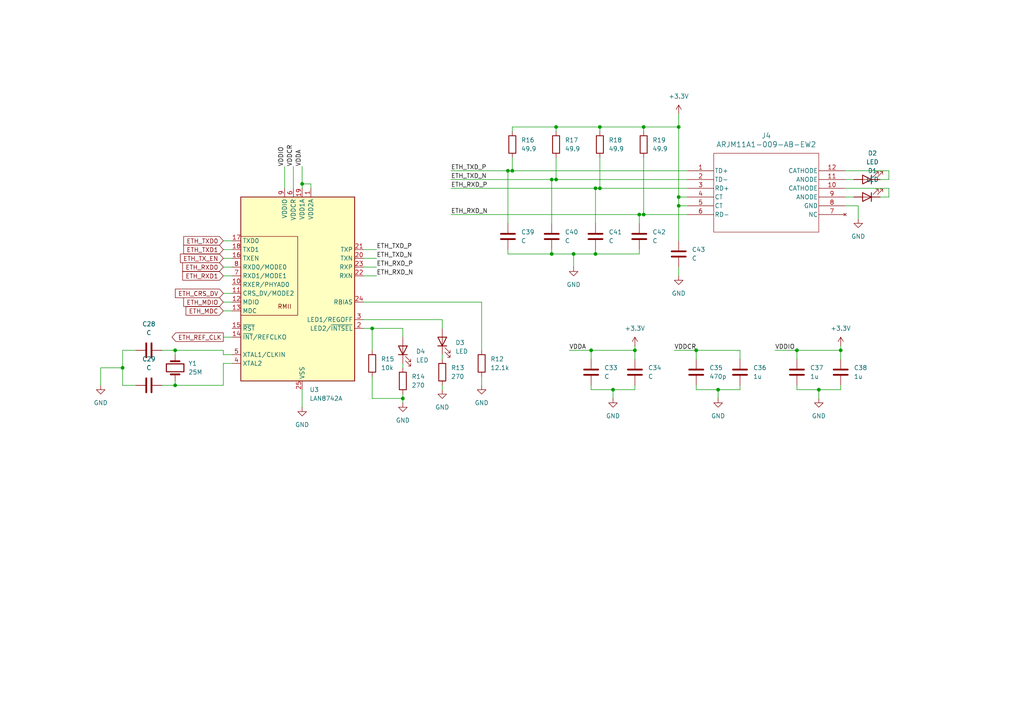
<source format=kicad_sch>
(kicad_sch (version 20250114) (generator "eeschema") (generator_version "9.0")
  (paper "A4")
  (lib_symbols
    (symbol "ARJM11A1-009-AB-EW2:ARJM11A1-009-AB-EW2" (pin_names (offset 0.254))
      (property "Reference" "J" (at 22.86 10.16 0))
      (property "Value" "ARJM11A1-009-AB-EW2" (at 22.86 7.62 0))
      (symbol "ARJM11A1-009-AB-EW2_0_1"
        (polyline (pts (xy 7.62 5.08) (xy 7.62 -17.78)) (stroke (width 0.127)))
        (polyline (pts (xy 7.62 -17.78) (xy 38.1 -17.78)) (stroke (width 0.127)))
        (polyline (pts (xy 38.1 5.08) (xy 7.62 5.08)) (stroke (width 0.127)))
        (polyline (pts (xy 38.1 -17.78) (xy 38.1 5.08)) (stroke (width 0.127)))
        (pin unspecified line (at 0 0 0) (length 7.62) (name "TD+") (number "1"))
        (pin unspecified line (at 0 -2.54 0) (length 7.62) (name "TD-") (number "2"))
        (pin unspecified line (at 0 -5.08 0) (length 7.62) (name "RD+") (number "3"))
        (pin unspecified line (at 0 -7.62 0) (length 7.62) (name "CT") (number "4"))
        (pin unspecified line (at 0 -10.16 0) (length 7.62) (name "CT") (number "5"))
        (pin unspecified line (at 0 -12.7 0) (length 7.62) (name "RD-") (number "6"))
        (pin unspecified line (at 45.72 0 180) (length 7.62) (name "CATHODE") (number "12"))
        (pin unspecified line (at 45.72 -2.54 180) (length 7.62) (name "ANODE") (number "11"))
        (pin unspecified line (at 45.72 -5.08 180) (length 7.62) (name "CATHODE") (number "10"))
        (pin unspecified line (at 45.72 -7.62 180) (length 7.62) (name "ANODE") (number "9"))
        (pin power_out line (at 45.72 -10.16 180) (length 7.62) (name "GND") (number "8"))
        (pin no_connect line (at 45.72 -12.7 180) (length 7.62) (name "NC") (number "7"))
      )
    )
    (symbol "Device:C" (pin_numbers (hide yes)) (pin_names (offset 0.254))
      (property "Reference" "C" (at 0.635 2.54 0))
      (property "Value" "C" (at 0.635 -2.54 0))
      (symbol "C_0_1"
        (polyline (pts (xy -2.032 0.762) (xy 2.032 0.762)) (stroke (width 0.508)))
        (polyline (pts (xy -2.032 -0.762) (xy 2.032 -0.762)) (stroke (width 0.508)))
      )
      (symbol "C_1_1"
        (pin passive line (at 0 3.81 270) (length 2.794) (name "~") (number "1"))
        (pin passive line (at 0 -3.81 90) (length 2.794) (name "~") (number "2"))
      )
    )
    (symbol "Device:Crystal" (pin_numbers (hide yes)) (pin_names (offset 1.016) (hide yes))
      (property "Reference" "Y" (at 0 3.81 0))
      (property "Value" "Crystal" (at 0 -3.81 0))
      (symbol "Crystal_0_1"
        (polyline (pts (xy -2.54 0) (xy -1.905 0)))
        (polyline (pts (xy -1.905 -1.27) (xy -1.905 1.27)) (stroke (width 0.508)))
        (rectangle (start -1.143 2.54) (end 1.143 -2.54) (stroke (width 0.3048)))
        (polyline (pts (xy 1.905 -1.27) (xy 1.905 1.27)) (stroke (width 0.508)))
        (polyline (pts (xy 2.54 0) (xy 1.905 0)))
      )
      (symbol "Crystal_1_1"
        (pin passive line (at -3.81 0 0) (length 1.27) (name "1") (number "1"))
        (pin passive line (at 3.81 0 180) (length 1.27) (name "2") (number "2"))
      )
    )
    (symbol "Device:LED" (pin_numbers (hide yes)) (pin_names (offset 1.016) (hide yes))
      (property "Reference" "D" (at 0 2.54 0))
      (property "Value" "LED" (at 0 -2.54 0))
      (symbol "LED_0_1"
        (polyline (pts (xy -3.048 -0.762) (xy -4.572 -2.286) (xy -3.81 -2.286) (xy -4.572 -2.286) (xy -4.572 -1.524)))
        (polyline (pts (xy -1.778 -0.762) (xy -3.302 -2.286) (xy -2.54 -2.286) (xy -3.302 -2.286) (xy -3.302 -1.524)))
        (polyline (pts (xy -1.27 0) (xy 1.27 0)))
        (polyline (pts (xy -1.27 -1.27) (xy -1.27 1.27)) (stroke (width 0.254)))
        (polyline (pts (xy 1.27 -1.27) (xy 1.27 1.27) (xy -1.27 0) (xy 1.27 -1.27)) (stroke (width 0.254)))
      )
      (symbol "LED_1_1"
        (pin passive line (at -3.81 0 0) (length 2.54) (name "K") (number "1"))
        (pin passive line (at 3.81 0 180) (length 2.54) (name "A") (number "2"))
      )
    )
    (symbol "Device:R" (pin_numbers (hide yes)) (pin_names (offset 0))
      (property "Reference" "R" (at 2.032 0 90))
      (property "Value" "R" (at 0 0 90))
      (symbol "R_0_1"
        (rectangle (start -1.016 -2.54) (end 1.016 2.54) (stroke (width 0.254)))
      )
      (symbol "R_1_1"
        (pin passive line (at 0 3.81 270) (length 1.27) (name "~") (number "1"))
        (pin passive line (at 0 -3.81 90) (length 1.27) (name "~") (number "2"))
      )
    )
    (symbol "Interface_Ethernet:LAN8742A"
      (property "Reference" "U" (at -13.97 29.21 0))
      (property "Value" "LAN8742A" (at 15.24 29.21 0))
      (symbol "LAN8742A_0_0"
        (text "RMII" (at -5.08 -3.81 0) (effects (font (size 1.27 1.27))))
      )
      (symbol "LAN8742A_0_1"
        (rectangle (start -17.78 27.94) (end 15.24 -25.4) (stroke (width 0.254)) (fill (type background)))
        (polyline (pts (xy -17.78 -6.35) (xy -1.27 -6.35) (xy -1.27 16.51) (xy -17.78 16.51)))
      )
      (symbol "LAN8742A_1_1"
        (pin input line (at -20.32 15.24 0) (length 2.54) (name "TXD0") (number "17"))
        (pin input line (at -20.32 12.7 0) (length 2.54) (name "TXD1") (number "18"))
        (pin input line (at -20.32 10.16 0) (length 2.54) (name "TXEN") (number "16"))
        (pin bidirectional line (at -20.32 7.62 0) (length 2.54) (name "RXD0/MODE0") (number "8"))
        (pin bidirectional line (at -20.32 5.08 0) (length 2.54) (name "RXD1/MODE1") (number "7"))
        (pin output line (at -20.32 2.54 0) (length 2.54) (name "RXER/PHYAD0") (number "10"))
        (pin bidirectional line (at -20.32 0 0) (length 2.54) (name "CRS_DV/MODE2") (number "11"))
        (pin bidirectional line (at -20.32 -2.54 0) (length 2.54) (name "MDIO") (number "12"))
        (pin input line (at -20.32 -5.08 0) (length 2.54) (name "MDC") (number "13"))
        (pin input line (at -20.32 -10.16 0) (length 2.54) (name "~{RST}") (number "15"))
        (pin output line (at -20.32 -12.7 0) (length 2.54) (name "~{INT}/REFCLKO") (number "14"))
        (pin input line (at -20.32 -17.78 0) (length 2.54) (name "XTAL1/CLKIN") (number "5"))
        (pin output line (at -20.32 -20.32 0) (length 2.54) (name "XTAL2") (number "4"))
        (pin power_in line (at -5.08 30.48 270) (length 2.54) (name "VDDIO") (number "9"))
        (pin power_in line (at -2.54 30.48 270) (length 2.54) (name "VDDCR") (number "6"))
        (pin power_in line (at 0 30.48 270) (length 2.54) (name "VDD1A") (number "19"))
        (pin power_in line (at 0 -27.94 90) (length 2.54) (name "VSS") (number "25"))
        (pin power_in line (at 2.54 30.48 270) (length 2.54) (name "VDD2A") (number "1"))
        (pin passive line (at 17.78 12.7 180) (length 2.54) (name "TXP") (number "21"))
        (pin passive line (at 17.78 10.16 180) (length 2.54) (name "TXN") (number "20"))
        (pin passive line (at 17.78 7.62 180) (length 2.54) (name "RXP") (number "23"))
        (pin passive line (at 17.78 5.08 180) (length 2.54) (name "RXN") (number "22"))
        (pin passive line (at 17.78 -2.54 180) (length 2.54) (name "RBIAS") (number "24"))
        (pin bidirectional line (at 17.78 -7.62 180) (length 2.54) (name "LED1/REGOFF") (number "3"))
        (pin bidirectional line (at 17.78 -10.16 180) (length 2.54) (name "LED2/~{INTSEL}") (number "2"))
      )
    )
    (symbol "power:+3.3V" (power) (pin_numbers (hide yes)) (pin_names (offset 0) (hide yes))
      (property "Value" "+3.3V" (at 0 3.556 0))
      (symbol "+3.3V_0_1"
        (polyline (pts (xy -0.762 1.27) (xy 0 2.54)))
        (polyline (pts (xy 0 2.54) (xy 0.762 1.27)))
        (polyline (pts (xy 0 0) (xy 0 2.54)))
      )
      (symbol "+3.3V_1_1"
        (pin power_in line (at 0 0 90) (length 0) (name "~") (number "1"))
      )
    )
    (symbol "power:GND" (power) (pin_numbers (hide yes)) (pin_names (offset 0) (hide yes))
      (property "Value" "GND" (at 0 -3.81 0))
      (symbol "GND_0_1"
        (polyline (pts (xy 0 0) (xy 0 -1.27) (xy 1.27 -1.27) (xy 0 -2.54) (xy -1.27 -1.27) (xy 0 -1.27)))
      )
      (symbol "GND_1_1"
        (pin power_in line (at 0 0 270) (length 0) (name "~") (number "1"))
      )
    )
  )
  (junction (at 185.42 62.23))
  (junction (at 107.95 95.25))
  (junction (at 161.29 36.83))
  (junction (at 50.8 111.76))
  (junction (at 166.37 73.66))
  (junction (at 116.84 115.57))
  (junction (at 231.14 101.6))
  (junction (at 50.8 101.6))
  (junction (at 196.85 36.83))
  (junction (at 208.28 113.03))
  (junction (at 160.02 52.07))
  (junction (at 160.02 73.66))
  (junction (at 186.69 36.83))
  (junction (at 243.84 101.6))
  (junction (at 161.29 52.07))
  (junction (at 172.72 73.66))
  (junction (at 184.15 101.6))
  (junction (at 196.85 57.15))
  (junction (at 173.99 54.61))
  (junction (at 173.99 36.83))
  (junction (at 196.85 59.69))
  (junction (at 148.59 49.53))
  (junction (at 35.56 106.68))
  (junction (at 87.63 53.34))
  (junction (at 201.93 101.6))
  (junction (at 177.8 113.03))
  (junction (at 186.69 62.23))
  (junction (at 147.32 49.53))
  (junction (at 171.45 101.6))
  (junction (at 172.72 54.61))
  (junction (at 237.49 113.03))
  (wire (pts (xy 105.41 92.71) (xy 128.27 92.71)))
  (wire (pts (xy 185.42 62.23) (xy 185.42 64.77)))
  (wire (pts (xy 161.29 36.83) (xy 161.29 38.1)))
  (wire (pts (xy 107.95 95.25) (xy 107.95 101.6)))
  (wire (pts (xy 208.28 113.03) (xy 214.63 113.03)))
  (wire (pts (xy 160.02 52.07) (xy 160.02 64.77)))
  (wire (pts (xy 184.15 104.14) (xy 184.15 101.6)))
  (wire (pts (xy 148.59 36.83) (xy 161.29 36.83)))
  (wire (pts (xy 130.81 49.53) (xy 147.32 49.53)))
  (wire (pts (xy 243.84 111.76) (xy 243.84 113.03)))
  (wire (pts (xy 171.45 101.6) (xy 184.15 101.6)))
  (wire (pts (xy 177.8 113.03) (xy 177.8 115.57)))
  (wire (pts (xy 214.63 113.03) (xy 214.63 111.76)))
  (wire (pts (xy 199.39 57.15) (xy 196.85 57.15)))
  (wire (pts (xy 64.77 105.41) (xy 64.77 111.76)))
  (wire (pts (xy 109.22 72.39) (xy 105.41 72.39)))
  (wire (pts (xy 64.77 74.93) (xy 67.31 74.93)))
  (wire (pts (xy 231.14 111.76) (xy 231.14 113.03)))
  (wire (pts (xy 186.69 38.1) (xy 186.69 36.83)))
  (wire (pts (xy 201.93 113.03) (xy 208.28 113.03)))
  (wire (pts (xy 161.29 45.72) (xy 161.29 52.07)))
  (wire (pts (xy 257.81 52.07) (xy 255.27 52.07)))
  (wire (pts (xy 231.14 101.6) (xy 231.14 104.14)))
  (wire (pts (xy 64.77 111.76) (xy 50.8 111.76)))
  (wire (pts (xy 64.77 85.09) (xy 67.31 85.09)))
  (wire (pts (xy 35.56 101.6) (xy 35.56 106.68)))
  (wire (pts (xy 128.27 102.87) (xy 128.27 104.14)))
  (wire (pts (xy 107.95 109.22) (xy 107.95 115.57)))
  (wire (pts (xy 67.31 102.87) (xy 64.77 102.87)))
  (wire (pts (xy 171.45 113.03) (xy 171.45 111.76)))
  (wire (pts (xy 248.92 59.69) (xy 248.92 63.5)))
  (wire (pts (xy 64.77 101.6) (xy 50.8 101.6)))
  (wire (pts (xy 245.11 54.61) (xy 257.81 54.61)))
  (wire (pts (xy 87.63 48.26) (xy 87.63 53.34)))
  (wire (pts (xy 139.7 87.63) (xy 139.7 101.6)))
  (wire (pts (xy 166.37 77.47) (xy 166.37 73.66)))
  (wire (pts (xy 85.09 48.26) (xy 85.09 54.61)))
  (wire (pts (xy 177.8 113.03) (xy 184.15 113.03)))
  (wire (pts (xy 64.77 90.17) (xy 67.31 90.17)))
  (wire (pts (xy 185.42 62.23) (xy 186.69 62.23)))
  (wire (pts (xy 64.77 72.39) (xy 67.31 72.39)))
  (wire (pts (xy 147.32 73.66) (xy 160.02 73.66)))
  (wire (pts (xy 109.22 77.47) (xy 105.41 77.47)))
  (wire (pts (xy 148.59 49.53) (xy 199.39 49.53)))
  (wire (pts (xy 208.28 113.03) (xy 208.28 115.57)))
  (wire (pts (xy 160.02 52.07) (xy 161.29 52.07)))
  (wire (pts (xy 82.55 48.26) (xy 82.55 54.61)))
  (wire (pts (xy 64.77 80.01) (xy 67.31 80.01)))
  (wire (pts (xy 231.14 113.03) (xy 237.49 113.03)))
  (wire (pts (xy 196.85 59.69) (xy 196.85 69.85)))
  (wire (pts (xy 39.37 101.6) (xy 35.56 101.6)))
  (wire (pts (xy 173.99 54.61) (xy 199.39 54.61)))
  (wire (pts (xy 243.84 101.6) (xy 243.84 104.14)))
  (wire (pts (xy 64.77 102.87) (xy 64.77 101.6)))
  (wire (pts (xy 195.58 101.6) (xy 201.93 101.6)))
  (wire (pts (xy 161.29 36.83) (xy 173.99 36.83)))
  (wire (pts (xy 196.85 57.15) (xy 196.85 59.69)))
  (wire (pts (xy 184.15 113.03) (xy 184.15 111.76)))
  (wire (pts (xy 172.72 54.61) (xy 173.99 54.61)))
  (wire (pts (xy 64.77 77.47) (xy 67.31 77.47)))
  (wire (pts (xy 90.17 54.61) (xy 90.17 53.34)))
  (wire (pts (xy 46.99 111.76) (xy 50.8 111.76)))
  (wire (pts (xy 172.72 54.61) (xy 172.72 64.77)))
  (wire (pts (xy 165.1 101.6) (xy 171.45 101.6)))
  (wire (pts (xy 116.84 105.41) (xy 116.84 106.68)))
  (wire (pts (xy 214.63 104.14) (xy 214.63 101.6)))
  (wire (pts (xy 173.99 45.72) (xy 173.99 54.61)))
  (wire (pts (xy 29.21 106.68) (xy 35.56 106.68)))
  (wire (pts (xy 172.72 72.39) (xy 172.72 73.66)))
  (wire (pts (xy 231.14 101.6) (xy 243.84 101.6)))
  (wire (pts (xy 196.85 57.15) (xy 196.85 36.83)))
  (wire (pts (xy 50.8 111.76) (xy 50.8 110.49)))
  (wire (pts (xy 50.8 101.6) (xy 50.8 102.87)))
  (wire (pts (xy 172.72 73.66) (xy 185.42 73.66)))
  (wire (pts (xy 245.11 57.15) (xy 247.65 57.15)))
  (wire (pts (xy 128.27 92.71) (xy 128.27 95.25)))
  (wire (pts (xy 196.85 77.47) (xy 196.85 80.01)))
  (wire (pts (xy 237.49 113.03) (xy 243.84 113.03)))
  (wire (pts (xy 199.39 59.69) (xy 196.85 59.69)))
  (wire (pts (xy 184.15 100.33) (xy 184.15 101.6)))
  (wire (pts (xy 109.22 80.01) (xy 105.41 80.01)))
  (wire (pts (xy 107.95 115.57) (xy 116.84 115.57)))
  (wire (pts (xy 90.17 53.34) (xy 87.63 53.34)))
  (wire (pts (xy 257.81 57.15) (xy 255.27 57.15)))
  (wire (pts (xy 128.27 111.76) (xy 128.27 113.03)))
  (wire (pts (xy 29.21 106.68) (xy 29.21 111.76)))
  (wire (pts (xy 64.77 97.79) (xy 67.31 97.79)))
  (wire (pts (xy 105.41 87.63) (xy 139.7 87.63)))
  (wire (pts (xy 257.81 52.07) (xy 257.81 49.53)))
  (wire (pts (xy 147.32 72.39) (xy 147.32 73.66)))
  (wire (pts (xy 107.95 95.25) (xy 116.84 95.25)))
  (wire (pts (xy 147.32 49.53) (xy 148.59 49.53)))
  (wire (pts (xy 35.56 111.76) (xy 39.37 111.76)))
  (wire (pts (xy 160.02 73.66) (xy 166.37 73.66)))
  (wire (pts (xy 35.56 106.68) (xy 35.56 111.76)))
  (wire (pts (xy 171.45 101.6) (xy 171.45 104.14)))
  (wire (pts (xy 148.59 38.1) (xy 148.59 36.83)))
  (wire (pts (xy 105.41 95.25) (xy 107.95 95.25)))
  (wire (pts (xy 186.69 62.23) (xy 199.39 62.23)))
  (wire (pts (xy 243.84 100.33) (xy 243.84 101.6)))
  (wire (pts (xy 87.63 53.34) (xy 87.63 54.61)))
  (wire (pts (xy 245.11 49.53) (xy 257.81 49.53)))
  (wire (pts (xy 67.31 105.41) (xy 64.77 105.41)))
  (wire (pts (xy 160.02 72.39) (xy 160.02 73.66)))
  (wire (pts (xy 64.77 87.63) (xy 67.31 87.63)))
  (wire (pts (xy 201.93 113.03) (xy 201.93 111.76)))
  (wire (pts (xy 201.93 101.6) (xy 201.93 104.14)))
  (wire (pts (xy 185.42 73.66) (xy 185.42 72.39)))
  (wire (pts (xy 116.84 116.84) (xy 116.84 115.57)))
  (wire (pts (xy 116.84 114.3) (xy 116.84 115.57)))
  (wire (pts (xy 196.85 33.02) (xy 196.85 36.83)))
  (wire (pts (xy 171.45 113.03) (xy 177.8 113.03)))
  (wire (pts (xy 173.99 36.83) (xy 186.69 36.83)))
  (wire (pts (xy 186.69 45.72) (xy 186.69 62.23)))
  (wire (pts (xy 130.81 52.07) (xy 160.02 52.07)))
  (wire (pts (xy 173.99 38.1) (xy 173.99 36.83)))
  (wire (pts (xy 139.7 109.22) (xy 139.7 111.76)))
  (wire (pts (xy 224.79 101.6) (xy 231.14 101.6)))
  (wire (pts (xy 257.81 54.61) (xy 257.81 57.15)))
  (wire (pts (xy 161.29 52.07) (xy 199.39 52.07)))
  (wire (pts (xy 87.63 113.03) (xy 87.63 118.11)))
  (wire (pts (xy 130.81 54.61) (xy 172.72 54.61)))
  (wire (pts (xy 64.77 69.85) (xy 67.31 69.85)))
  (wire (pts (xy 166.37 73.66) (xy 172.72 73.66)))
  (wire (pts (xy 147.32 49.53) (xy 147.32 64.77)))
  (wire (pts (xy 148.59 45.72) (xy 148.59 49.53)))
  (wire (pts (xy 186.69 36.83) (xy 196.85 36.83)))
  (wire (pts (xy 237.49 113.03) (xy 237.49 115.57)))
  (wire (pts (xy 46.99 101.6) (xy 50.8 101.6)))
  (wire (pts (xy 214.63 101.6) (xy 201.93 101.6)))
  (wire (pts (xy 109.22 74.93) (xy 105.41 74.93)))
  (wire (pts (xy 245.11 59.69) (xy 248.92 59.69)))
  (wire (pts (xy 116.84 95.25) (xy 116.84 97.79)))
  (wire (pts (xy 130.81 62.23) (xy 185.42 62.23)))
  (wire (pts (xy 245.11 52.07) (xy 247.65 52.07)))
  (label "VDDCR" (at 85.09 48.26 90))
  (label "ETH_RXD_P" (at 109.22 77.47 0))
  (label "ETH_TXD_N" (at 109.22 74.93 0))
  (label "VDDA" (at 165.1 101.6 0))
  (label "VDDCR" (at 195.58 101.6 0))
  (label "ETH_RXD_P" (at 130.81 54.61 0))
  (label "ETH_RXD_N" (at 130.81 62.23 0))
  (label "ETH_TXD_N" (at 130.81 52.07 0))
  (label "ETH_RXD_N" (at 109.22 80.01 0))
  (label "VDDIO" (at 224.79 101.6 0))
  (label "ETH_TXD_P" (at 109.22 72.39 0))
  (label "VDDA" (at 87.63 48.26 90))
  (label "ETH_TXD_P" (at 130.81 49.53 0))
  (label "VDDIO" (at 82.55 48.26 90))
  (global_label "ETH_TXD0" (shape input) (at 64.77 69.85 180) (property "Intersheetrefs" "${INTERSHEET_REFS}" (effects (hide yes))))
  (global_label "ETH_TXD1" (shape input) (at 64.77 72.39 180) (property "Intersheetrefs" "${INTERSHEET_REFS}" (effects (hide yes))))
  (global_label "ETH_REF_CLK" (shape output) (at 64.77 97.79 180) (property "Intersheetrefs" "${INTERSHEET_REFS}" (effects (hide yes))))
  (global_label "ETH_RXD0" (shape input) (at 64.77 77.47 180) (property "Intersheetrefs" "${INTERSHEET_REFS}" (effects (hide yes))))
  (global_label "ETH_RXD1" (shape input) (at 64.77 80.01 180) (property "Intersheetrefs" "${INTERSHEET_REFS}" (effects (hide yes))))
  (global_label "ETH_TX_EN" (shape input) (at 64.77 74.93 180) (property "Intersheetrefs" "${INTERSHEET_REFS}" (effects (hide yes))))
  (global_label "ETH_MDC" (shape input) (at 64.77 90.17 180) (property "Intersheetrefs" "${INTERSHEET_REFS}" (effects (hide yes))))
  (global_label "ETH_CRS_DV" (shape input) (at 64.77 85.09 180) (property "Intersheetrefs" "${INTERSHEET_REFS}" (effects (hide yes))))
  (global_label "ETH_MDIO" (shape input) (at 64.77 87.63 180) (property "Intersheetrefs" "${INTERSHEET_REFS}" (effects (hide yes))))
  (symbol (lib_id "power:GND") (at 196.85 80.01 0) (unit 1)
    (property "Reference" "#PWR027" (effects (hide yes)))
    (property "Value" "GND" (at 196.85 85.09 0))
    (property "Description" "Power symbol creates a global label with name \"GND\" , ground" (effects (hide yes)))
  )
  (symbol (lib_id "Device:Crystal") (at 50.8 106.68 90) (unit 1)
    (property "Reference" "Y1" (at 54.61 105.4099 90) (effects (justify right)))
    (property "Value" "25M" (at 54.61 107.9499 90) (effects (justify right)))
    (property "Description" "Two pin crystal" (effects (hide yes)))
  )
  (symbol (lib_id "Device:C") (at 196.85 73.66 0) (unit 1)
    (property "Reference" "C43" (at 200.66 72.3899 0) (effects (justify left)))
    (property "Value" "C" (at 200.66 74.9299 0) (effects (justify left)))
    (property "Description" "Unpolarized capacitor" (effects (hide yes)))
  )
  (symbol (lib_id "power:GND") (at 248.92 63.5 0) (unit 1)
    (property "Reference" "#PWR022" (effects (hide yes)))
    (property "Value" "GND" (at 248.92 68.58 0))
    (property "Description" "Power symbol creates a global label with name \"GND\" , ground" (effects (hide yes)))
  )
  (symbol (lib_id "Device:C") (at 172.72 68.58 0) (unit 1)
    (property "Reference" "C41" (at 176.53 67.3099 0) (effects (justify left)))
    (property "Value" "C" (at 176.53 69.8499 0) (effects (justify left)))
    (property "Description" "Unpolarized capacitor" (effects (hide yes)))
  )
  (symbol (lib_id "power:GND") (at 116.84 116.84 0) (unit 1)
    (property "Reference" "#PWR025" (effects (hide yes)))
    (property "Value" "GND" (at 116.84 121.92 0))
    (property "Description" "Power symbol creates a global label with name \"GND\" , ground" (effects (hide yes)))
  )
  (symbol (lib_id "Device:R") (at 148.59 41.91 0) (unit 1)
    (property "Reference" "R16" (at 151.13 40.6399 0) (effects (justify left)))
    (property "Value" "49.9" (at 151.13 43.1799 0) (effects (justify left)))
    (property "Description" "Resistor" (effects (hide yes)))
  )
  (symbol (lib_id "Device:LED") (at 116.84 101.6 90) (unit 1)
    (property "Reference" "D4" (at 120.65 101.9174 90) (effects (justify right)))
    (property "Value" "LED" (at 120.65 104.4574 90) (effects (justify right)))
    (property "Description" "Light emitting diode" (effects (hide yes)))
    (property "Sim.Pins" "1=K 2=A" (effects (hide yes)))
  )
  (symbol (lib_id "Device:C") (at 214.63 107.95 0) (unit 1)
    (property "Reference" "C36" (at 218.44 106.6799 0) (effects (justify left)))
    (property "Value" "1u" (at 218.44 109.2199 0) (effects (justify left)))
    (property "Description" "Unpolarized capacitor" (effects (hide yes)))
  )
  (symbol (lib_id "Device:LED") (at 128.27 99.06 90) (unit 1)
    (property "Reference" "D3" (at 132.08 99.3774 90) (effects (justify right)))
    (property "Value" "LED" (at 132.08 101.9174 90) (effects (justify right)))
    (property "Description" "Light emitting diode" (effects (hide yes)))
    (property "Sim.Pins" "1=K 2=A" (effects (hide yes)))
  )
  (symbol (lib_id "Device:C") (at 160.02 68.58 0) (unit 1)
    (property "Reference" "C40" (at 163.83 67.3099 0) (effects (justify left)))
    (property "Value" "C" (at 163.83 69.8499 0) (effects (justify left)))
    (property "Description" "Unpolarized capacitor" (effects (hide yes)))
  )
  (symbol (lib_id "power:+3.3V") (at 243.84 100.33 0) (unit 1)
    (property "Reference" "#PWR033" (effects (hide yes)))
    (property "Value" "+3.3V" (at 243.84 95.25 0))
    (property "Description" "Power symbol creates a global label with name \"+3.3V\"" (effects (hide yes)))
  )
  (symbol (lib_id "Device:C") (at 201.93 107.95 0) (unit 1)
    (property "Reference" "C35" (at 205.74 106.6799 0) (effects (justify left)))
    (property "Value" "470p" (at 205.74 109.2199 0) (effects (justify left)))
    (property "Description" "Unpolarized capacitor" (effects (hide yes)))
  )
  (symbol (lib_id "Interface_Ethernet:LAN8742A") (at 87.63 85.09 0) (unit 1)
    (property "Reference" "U3" (at 89.7733 113.03 0) (effects (justify left)))
    (property "Value" "LAN8742A" (at 89.7733 115.57 0) (effects (justify left)))
    (property "Footprint" "Package_DFN_QFN:VQFN-24-1EP_4x4mm_P0.5mm_EP2.5x2.5mm_ThermalVias" (effects (hide yes)))
    (property "Datasheet" "http://ww1.microchip.com/downloads/en/DeviceDoc/8742a.pdf" (effects (hide yes)))
    (property "Description" "LAN8720 Ethernet PHY with RMII interface, QFN-24" (effects (hide yes)))
  )
  (symbol (lib_id "power:GND") (at 166.37 77.47 0) (unit 1)
    (property "Reference" "#PWR026" (effects (hide yes)))
    (property "Value" "GND" (at 166.37 82.55 0))
    (property "Description" "Power symbol creates a global label with name \"GND\" , ground" (effects (hide yes)))
  )
  (symbol (lib_id "Device:R") (at 128.27 107.95 0) (unit 1)
    (property "Reference" "R13" (at 130.81 106.6799 0) (effects (justify left)))
    (property "Value" "270" (at 130.81 109.2199 0) (effects (justify left)))
    (property "Description" "Resistor" (effects (hide yes)))
  )
  (symbol (lib_id "Device:R") (at 107.95 105.41 0) (unit 1)
    (property "Reference" "R15" (at 110.49 104.1399 0) (effects (justify left)))
    (property "Value" "10k" (at 110.49 106.6799 0) (effects (justify left)))
    (property "Description" "Resistor" (effects (hide yes)))
  )
  (symbol (lib_id "power:GND") (at 128.27 113.03 0) (unit 1)
    (property "Reference" "#PWR024" (effects (hide yes)))
    (property "Value" "GND" (at 128.27 118.11 0))
    (property "Description" "Power symbol creates a global label with name \"GND\" , ground" (effects (hide yes)))
  )
  (symbol (lib_id "power:GND") (at 29.21 111.76 0) (unit 1)
    (property "Reference" "#PWR015" (effects (hide yes)))
    (property "Value" "GND" (at 29.21 116.84 0))
    (property "Description" "Power symbol creates a global label with name \"GND\" , ground" (effects (hide yes)))
  )
  (symbol (lib_id "Device:LED") (at 251.46 52.07 180) (unit 1)
    (property "Reference" "D2" (at 253.0475 44.45 0))
    (property "Value" "LED" (at 253.0475 46.99 0))
    (property "Description" "Light emitting diode" (effects (hide yes)))
    (property "Sim.Pins" "1=K 2=A" (effects (hide yes)))
  )
  (symbol (lib_id "Device:C") (at 171.45 107.95 0) (unit 1)
    (property "Reference" "C33" (at 175.26 106.6799 0) (effects (justify left)))
    (property "Value" "C" (at 175.26 109.2199 0) (effects (justify left)))
    (property "Description" "Unpolarized capacitor" (effects (hide yes)))
  )
  (symbol (lib_id "Device:LED") (at 251.46 57.15 180) (unit 1)
    (property "Reference" "D1" (at 253.0475 49.53 0))
    (property "Value" "LED" (at 253.0475 52.07 0))
    (property "Description" "Light emitting diode" (effects (hide yes)))
    (property "Sim.Pins" "1=K 2=A" (effects (hide yes)))
  )
  (symbol (lib_id "power:GND") (at 87.63 118.11 0) (unit 1)
    (property "Reference" "#PWR021" (effects (hide yes)))
    (property "Value" "GND" (at 87.63 123.19 0))
    (property "Description" "Power symbol creates a global label with name \"GND\" , ground" (effects (hide yes)))
  )
  (symbol (lib_id "power:+3.3V") (at 196.85 33.02 0) (unit 1)
    (property "Reference" "#PWR028" (effects (hide yes)))
    (property "Value" "+3.3V" (at 196.85 27.94 0))
    (property "Description" "Power symbol creates a global label with name \"+3.3V\"" (effects (hide yes)))
  )
  (symbol (lib_id "ARJM11A1-009-AB-EW2:ARJM11A1-009-AB-EW2") (at 199.39 49.53 0) (unit 1)
    (property "Reference" "J4" (at 222.25 39.37 0) (effects (font (size 1.524 1.524))))
    (property "Value" "ARJM11A1-009-AB-EW2" (at 222.25 41.91 0) (effects (font (size 1.524 1.524))))
    (property "Footprint" "ARJM11A1-009-AB-EW2_ABR" (effects (hide yes)))
    (property "Datasheet" "ARJM11A1-009-AB-EW2" (effects (hide yes)))
  )
  (symbol (lib_id "Device:C") (at 184.15 107.95 0) (unit 1)
    (property "Reference" "C34" (at 187.96 106.6799 0) (effects (justify left)))
    (property "Value" "C" (at 187.96 109.2199 0) (effects (justify left)))
    (property "Description" "Unpolarized capacitor" (effects (hide yes)))
  )
  (symbol (lib_id "Device:R") (at 173.99 41.91 0) (unit 1)
    (property "Reference" "R18" (at 176.53 40.6399 0) (effects (justify left)))
    (property "Value" "49.9" (at 176.53 43.1799 0) (effects (justify left)))
    (property "Description" "Resistor" (effects (hide yes)))
  )
  (symbol (lib_id "Device:R") (at 186.69 41.91 0) (unit 1)
    (property "Reference" "R19" (at 189.23 40.6399 0) (effects (justify left)))
    (property "Value" "49.9" (at 189.23 43.1799 0) (effects (justify left)))
    (property "Description" "Resistor" (effects (hide yes)))
  )
  (symbol (lib_id "Device:R") (at 161.29 41.91 0) (unit 1)
    (property "Reference" "R17" (at 163.83 40.6399 0) (effects (justify left)))
    (property "Value" "49.9" (at 163.83 43.1799 0) (effects (justify left)))
    (property "Description" "Resistor" (effects (hide yes)))
  )
  (symbol (lib_id "power:GND") (at 208.28 115.57 0) (unit 1)
    (property "Reference" "#PWR031" (effects (hide yes)))
    (property "Value" "GND" (at 208.28 120.65 0))
    (property "Description" "Power symbol creates a global label with name \"GND\" , ground" (effects (hide yes)))
  )
  (symbol (lib_id "Device:C") (at 147.32 68.58 0) (unit 1)
    (property "Reference" "C39" (at 151.13 67.3099 0) (effects (justify left)))
    (property "Value" "C" (at 151.13 69.8499 0) (effects (justify left)))
    (property "Description" "Unpolarized capacitor" (effects (hide yes)))
  )
  (symbol (lib_id "Device:C") (at 243.84 107.95 0) (unit 1)
    (property "Reference" "C38" (at 247.65 106.6799 0) (effects (justify left)))
    (property "Value" "1u" (at 247.65 109.2199 0) (effects (justify left)))
    (property "Description" "Unpolarized capacitor" (effects (hide yes)))
  )
  (symbol (lib_id "Device:R") (at 116.84 110.49 0) (unit 1)
    (property "Reference" "R14" (at 119.38 109.2199 0) (effects (justify left)))
    (property "Value" "270" (at 119.38 111.7599 0) (effects (justify left)))
    (property "Description" "Resistor" (effects (hide yes)))
  )
  (symbol (lib_id "Device:C") (at 43.18 111.76 90) (unit 1)
    (property "Reference" "C29" (at 43.18 104.14 90))
    (property "Value" "C" (at 43.18 106.68 90))
    (property "Description" "Unpolarized capacitor" (effects (hide yes)))
  )
  (symbol (lib_id "Device:C") (at 185.42 68.58 0) (unit 1)
    (property "Reference" "C42" (at 189.23 67.3099 0) (effects (justify left)))
    (property "Value" "C" (at 189.23 69.8499 0) (effects (justify left)))
    (property "Description" "Unpolarized capacitor" (effects (hide yes)))
  )
  (symbol (lib_id "Device:R") (at 139.7 105.41 0) (unit 1)
    (property "Reference" "R12" (at 142.24 104.1399 0) (effects (justify left)))
    (property "Value" "12.1k" (at 142.24 106.6799 0) (effects (justify left)))
    (property "Description" "Resistor" (effects (hide yes)))
  )
  (symbol (lib_id "power:GND") (at 139.7 111.76 0) (unit 1)
    (property "Reference" "#PWR023" (effects (hide yes)))
    (property "Value" "GND" (at 139.7 116.84 0))
    (property "Description" "Power symbol creates a global label with name \"GND\" , ground" (effects (hide yes)))
  )
  (symbol (lib_id "power:+3.3V") (at 184.15 100.33 0) (unit 1)
    (property "Reference" "#PWR029" (effects (hide yes)))
    (property "Value" "+3.3V" (at 184.15 95.25 0))
    (property "Description" "Power symbol creates a global label with name \"+3.3V\"" (effects (hide yes)))
  )
  (symbol (lib_id "Device:C") (at 43.18 101.6 90) (unit 1)
    (property "Reference" "C28" (at 43.18 93.98 90))
    (property "Value" "C" (at 43.18 96.52 90))
    (property "Description" "Unpolarized capacitor" (effects (hide yes)))
  )
  (symbol (lib_id "power:GND") (at 237.49 115.57 0) (unit 1)
    (property "Reference" "#PWR032" (effects (hide yes)))
    (property "Value" "GND" (at 237.49 120.65 0))
    (property "Description" "Power symbol creates a global label with name \"GND\" , ground" (effects (hide yes)))
  )
  (symbol (lib_id "Device:C") (at 231.14 107.95 0) (unit 1)
    (property "Reference" "C37" (at 234.95 106.6799 0) (effects (justify left)))
    (property "Value" "1u" (at 234.95 109.2199 0) (effects (justify left)))
    (property "Description" "Unpolarized capacitor" (effects (hide yes)))
  )
  (symbol (lib_id "power:GND") (at 177.8 115.57 0) (unit 1)
    (property "Reference" "#PWR030" (effects (hide yes)))
    (property "Value" "GND" (at 177.8 120.65 0))
    (property "Description" "Power symbol creates a global label with name \"GND\" , ground" (effects (hide yes)))
  )
)
</source>
